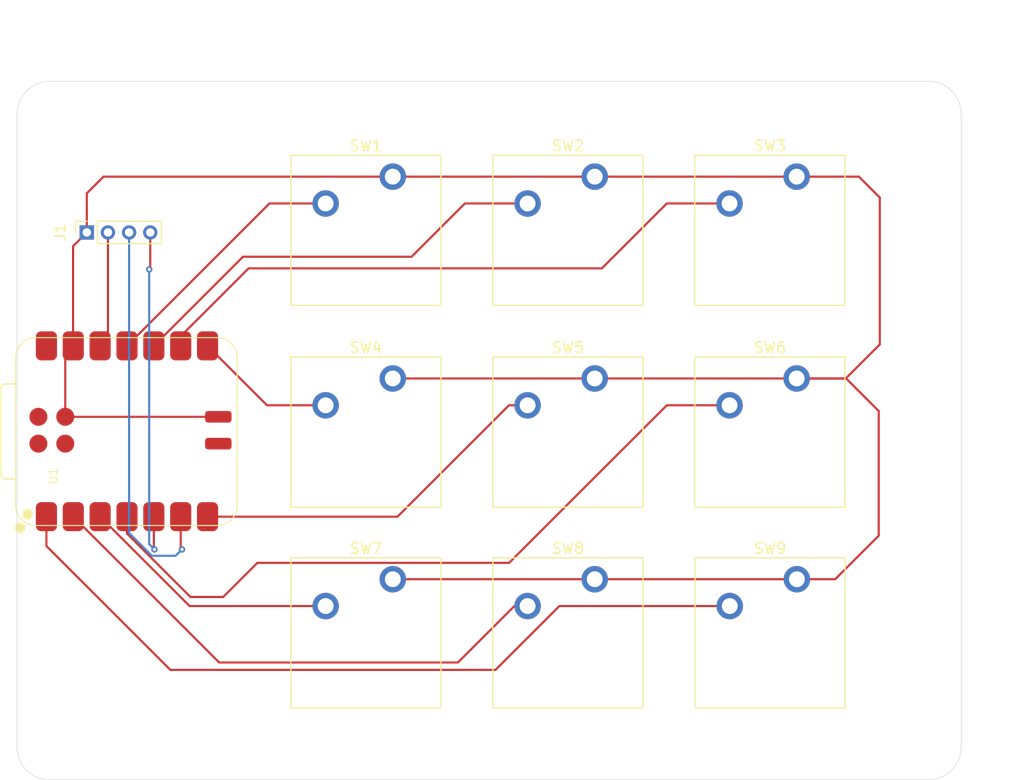
<source format=kicad_pcb>
(kicad_pcb (version 20241229) (generator "pcbnew") (generator_version "9.0")
  (layers (0 "F.Cu" signal) (2 "B.Cu" signal) (13 "F.Paste" user) (15 "B.Paste" user) (5 "F.SilkS" user "F.Silkscreen") (7 "B.SilkS" user "B.Silkscreen") (1 "F.Mask" user) (3 "B.Mask" user) (25 "Edge.Cuts" user))
  (net 0 "")
  (net 1 "Net-(J1-Pin_4)")
  (net 2 "Net-(J1-Pin_2)")
  (net 3 "Net-(J1-Pin_3)")
  (net 4 "GND")
  (net 5 "Net-(U1-GPIO3_D10_MOSI)")
  (net 6 "Net-(U1-GPIO4_D9_MISO)")
  (net 7 "Net-(U1-GPIO2_D8_SCK)")
  (net 8 "Net-(U1-GPIO1_D7_CSn_RX)")
  (net 9 "Net-(U1-GPIO0_D6_TX)")
  (net 10 "Net-(U1-GPIO29_A3_D3)")
  (net 11 "Net-(U1-GPIO28_A2_D2)")
  (net 12 "Net-(U1-GPIO27_A1_D1)")
  (net 13 "Net-(U1-GPIO26_A0_D0)")
  (footprint "PCM_Switch_Keyboard_Cherry_MX:SW_Cherry_MX_PCB_1.00u" (layer "F.Cu") (at 140.02 98.1)
    (property "Reference" "SW4" (at 0 -8 0) (layer "F.SilkS"))
    (property "Value" "Mx-Switch" (hide yes))
    (fp_line (start -7.1 -7.1) (end -7.1 7.1) (stroke (width 0.12)) (layer "F.SilkS"))
    (fp_line (start -7.1 7.1) (end 7.1 7.1) (stroke (width 0.12)) (layer "F.SilkS"))
    (fp_line (start 7.1 -7.1) (end -7.1 -7.1) (stroke (width 0.12)) (layer "F.SilkS"))
    (fp_line (start 7.1 7.1) (end 7.1 -7.1) (stroke (width 0.12)) (layer "F.SilkS"))
    (pad "" np_thru_hole circle (at -5.08 0) (size 1.75 1.75) (drill 1.75) (layers "*.Cu" "*.Mask"))
    (pad "" np_thru_hole circle (at 0 0) (size 4 4) (drill 4) (layers "*.Cu" "*.Mask"))
    (pad "" np_thru_hole circle (at 5.08 0) (size 1.75 1.75) (drill 1.75) (layers "*.Cu" "*.Mask"))
    (pad "1" thru_hole circle (at -3.81 -2.54) (size 2.5 2.5) (drill 1.5) (layers "*.Cu" "*.Mask") (net 8 "Net-(U1-GPIO1_D7_CSn_RX)"))
    (pad "2" thru_hole circle (at 2.54 -5.08) (size 2.5 2.5) (drill 1.5) (layers "*.Cu" "*.Mask") (net 4 "GND"))
  )
  (footprint "PCM_Switch_Keyboard_Cherry_MX:SW_Cherry_MX_PCB_1.00u" (layer "F.Cu") (at 140.02 79)
    (property "Reference" "SW1" (at 0 -8 0) (layer "F.SilkS"))
    (property "Value" "Mx-Switch" (hide yes))
    (fp_line (start -7.1 -7.1) (end -7.1 7.1) (stroke (width 0.12)) (layer "F.SilkS"))
    (fp_line (start -7.1 7.1) (end 7.1 7.1) (stroke (width 0.12)) (layer "F.SilkS"))
    (fp_line (start 7.1 -7.1) (end -7.1 -7.1) (stroke (width 0.12)) (layer "F.SilkS"))
    (fp_line (start 7.1 7.1) (end 7.1 -7.1) (stroke (width 0.12)) (layer "F.SilkS"))
    (pad "" np_thru_hole circle (at -5.08 0) (size 1.75 1.75) (drill 1.75) (layers "*.Cu" "*.Mask"))
    (pad "" np_thru_hole circle (at 0 0) (size 4 4) (drill 4) (layers "*.Cu" "*.Mask"))
    (pad "" np_thru_hole circle (at 5.08 0) (size 1.75 1.75) (drill 1.75) (layers "*.Cu" "*.Mask"))
    (pad "1" thru_hole circle (at -3.81 -2.54) (size 2.5 2.5) (drill 1.5) (layers "*.Cu" "*.Mask") (net 5 "Net-(U1-GPIO3_D10_MOSI)"))
    (pad "2" thru_hole circle (at 2.54 -5.08) (size 2.5 2.5) (drill 1.5) (layers "*.Cu" "*.Mask") (net 4 "GND"))
  )
  (footprint "MountingHole:MountingHole_3.2mm_M3_DIN965" (layer "F.Cu") (at 193.22 68)
    (property "Reference" "REF**" (hide yes))
    (property "Value" "MountingHole_3.2mm_M3_DIN965" (hide yes))
    (pad "" np_thru_hole circle (at 0 0) (size 3.2 3.2) (drill 3.2) (layers "*.Cu" "*.Mask"))
  )
  (footprint "Connector_PinSocket_2.00mm:PinSocket_1x04_P2.00mm_Vertical" (layer "F.Cu") (at 113.62 79.2 90)
    (property "Reference" "J1" (at 0 -2.5 90) (layer "F.SilkS"))
    (property "Value" "0.91 Oled Display")
    (fp_line (start 1.06 -1.06) (end 1.06 0) (stroke (width 0.12)) (layer "F.SilkS"))
    (fp_line (start 0 -1.06) (end 1.06 -1.06) (stroke (width 0.12)) (layer "F.SilkS"))
    (fp_line (start 1.06 1) (end 1.06 7.06) (stroke (width 0.12)) (layer "F.SilkS"))
    (fp_line (start -1.06 1) (end 1.06 1) (stroke (width 0.12)) (layer "F.SilkS"))
    (fp_line (start -1.06 1) (end -1.06 7.06) (stroke (width 0.12)) (layer "F.SilkS"))
    (fp_line (start -1.06 7.06) (end 1.06 7.06) (stroke (width 0.12)) (layer "F.SilkS"))
    (pad "1" thru_hole rect (at 0 0 90) (size 1.35 1.35) (drill 0.8) (layers "*.Cu" "*.Mask") (net 4 "GND"))
    (pad "2" thru_hole circle (at 0 2 90) (size 1.35 1.35) (drill 0.8) (layers "*.Cu" "*.Mask") (net 2 "Net-(J1-Pin_2)"))
    (pad "3" thru_hole circle (at 0 4 90) (size 1.35 1.35) (drill 0.8) (layers "*.Cu" "*.Mask") (net 3 "Net-(J1-Pin_3)"))
    (pad "4" thru_hole circle (at 0 6 90) (size 1.35 1.35) (drill 0.8) (layers "*.Cu" "*.Mask") (net 1 "Net-(J1-Pin_4)"))
  )
  (footprint "PCM_Switch_Keyboard_Cherry_MX:SW_Cherry_MX_PCB_1.00u" (layer "F.Cu") (at 140.02 117.1)
    (property "Reference" "SW7" (at 0 -8 0) (layer "F.SilkS"))
    (property "Value" "Mx-Switch" (hide yes))
    (fp_line (start -7.1 -7.1) (end -7.1 7.1) (stroke (width 0.12)) (layer "F.SilkS"))
    (fp_line (start -7.1 7.1) (end 7.1 7.1) (stroke (width 0.12)) (layer "F.SilkS"))
    (fp_line (start 7.1 -7.1) (end -7.1 -7.1) (stroke (width 0.12)) (layer "F.SilkS"))
    (fp_line (start 7.1 7.1) (end 7.1 -7.1) (stroke (width 0.12)) (layer "F.SilkS"))
    (pad "" np_thru_hole circle (at -5.08 0) (size 1.75 1.75) (drill 1.75) (layers "*.Cu" "*.Mask"))
    (pad "" np_thru_hole circle (at 0 0) (size 4 4) (drill 4) (layers "*.Cu" "*.Mask"))
    (pad "" np_thru_hole circle (at 5.08 0) (size 1.75 1.75) (drill 1.75) (layers "*.Cu" "*.Mask"))
    (pad "1" thru_hole circle (at -3.81 -2.54) (size 2.5 2.5) (drill 1.5) (layers "*.Cu" "*.Mask") (net 11 "Net-(U1-GPIO28_A2_D2)"))
    (pad "2" thru_hole circle (at 2.54 -5.08) (size 2.5 2.5) (drill 1.5) (layers "*.Cu" "*.Mask") (net 4 "GND"))
  )
  (footprint "PCM_Switch_Keyboard_Cherry_MX:SW_Cherry_MX_PCB_1.00u" (layer "F.Cu") (at 178.22 79)
    (property "Reference" "SW3" (at 0 -8 0) (layer "F.SilkS"))
    (property "Value" "Mx-Switch" (hide yes))
    (fp_line (start -7.1 -7.1) (end -7.1 7.1) (stroke (width 0.12)) (layer "F.SilkS"))
    (fp_line (start -7.1 7.1) (end 7.1 7.1) (stroke (width 0.12)) (layer "F.SilkS"))
    (fp_line (start 7.1 -7.1) (end -7.1 -7.1) (stroke (width 0.12)) (layer "F.SilkS"))
    (fp_line (start 7.1 7.1) (end 7.1 -7.1) (stroke (width 0.12)) (layer "F.SilkS"))
    (pad "" np_thru_hole circle (at -5.08 0) (size 1.75 1.75) (drill 1.75) (layers "*.Cu" "*.Mask"))
    (pad "" np_thru_hole circle (at 0 0) (size 4 4) (drill 4) (layers "*.Cu" "*.Mask"))
    (pad "" np_thru_hole circle (at 5.08 0) (size 1.75 1.75) (drill 1.75) (layers "*.Cu" "*.Mask"))
    (pad "1" thru_hole circle (at -3.81 -2.54) (size 2.5 2.5) (drill 1.5) (layers "*.Cu" "*.Mask") (net 7 "Net-(U1-GPIO2_D8_SCK)"))
    (pad "2" thru_hole circle (at 2.54 -5.08) (size 2.5 2.5) (drill 1.5) (layers "*.Cu" "*.Mask") (net 4 "GND"))
  )
  (footprint "MountingHole:MountingHole_3.2mm_M3_DIN965" (layer "F.Cu") (at 110.12 68)
    (property "Reference" "REF**" (hide yes))
    (property "Value" "MountingHole_3.2mm_M3_DIN965" (hide yes))
    (pad "" np_thru_hole circle (at 0 0) (size 3.2 3.2) (drill 3.2) (layers "*.Cu" "*.Mask"))
  )
  (footprint "PCM_Switch_Keyboard_Cherry_MX:SW_Cherry_MX_PCB_1.00u" (layer "F.Cu") (at 178.24 117.1)
    (property "Reference" "SW9" (at 0 -8 0) (layer "F.SilkS"))
    (property "Value" "Mx-Switch" (hide yes))
    (fp_line (start -7.1 -7.1) (end -7.1 7.1) (stroke (width 0.12)) (layer "F.SilkS"))
    (fp_line (start -7.1 7.1) (end 7.1 7.1) (stroke (width 0.12)) (layer "F.SilkS"))
    (fp_line (start 7.1 -7.1) (end -7.1 -7.1) (stroke (width 0.12)) (layer "F.SilkS"))
    (fp_line (start 7.1 7.1) (end 7.1 -7.1) (stroke (width 0.12)) (layer "F.SilkS"))
    (pad "" np_thru_hole circle (at -5.08 0) (size 1.75 1.75) (drill 1.75) (layers "*.Cu" "*.Mask"))
    (pad "" np_thru_hole circle (at 0 0) (size 4 4) (drill 4) (layers "*.Cu" "*.Mask"))
    (pad "" np_thru_hole circle (at 5.08 0) (size 1.75 1.75) (drill 1.75) (layers "*.Cu" "*.Mask"))
    (pad "1" thru_hole circle (at -3.81 -2.54) (size 2.5 2.5) (drill 1.5) (layers "*.Cu" "*.Mask") (net 13 "Net-(U1-GPIO26_A0_D0)"))
    (pad "2" thru_hole circle (at 2.54 -5.08) (size 2.5 2.5) (drill 1.5) (layers "*.Cu" "*.Mask") (net 4 "GND"))
  )
  (footprint "Seeed Studio XIAO Series Library:XIAO-RP2040-SMD" (layer "F.Cu") (at 117.42 98.1 90)
    (property "Reference" "U1" (at -5 -6.5 90) (layer "F.SilkS") (effects (font (size 0.78232 0.78232) (thickness 0.10668)) (justify left bottom)))
    (property "Value" "XIAO-RP2040-SMD")
    (fp_line (start -3.936272 -11.947) (end 4.059 -11.947) (stroke (width 0.127)) (layer "F.SilkS"))
    (fp_line (start 4.559 -11.447) (end 4.559 -10.537) (stroke (width 0.127)) (layer "F.SilkS"))
    (fp_line (start 7.04 -10.537) (end -6.93 -10.537) (stroke (width 0.1)) (layer "F.SilkS"))
    (fp_line (start -4.44 -10.537) (end -4.436272 -11.447272) (stroke (width 0.127)) (layer "F.SilkS"))
    (fp_line (start 8.945 8.513) (end 8.945 -8.632) (stroke (width 0.1)) (layer "F.SilkS"))
    (fp_line (start -8.835 8.513) (end -8.835 -8.632) (stroke (width 0.1)) (layer "F.SilkS"))
    (fp_line (start -6.93 10.418) (end 7.04 10.418) (stroke (width 0.1)) (layer "F.SilkS"))
    (fp_arc (start 4.059 -11.947) (mid 4.412553 -11.800553) (end 4.559 -11.447) (stroke (width 0.127)) (layer "F.SilkS"))
    (fp_arc (start -4.436272 -11.447272) (mid -4.289724 -11.800644) (end -3.936272 -11.947) (stroke (width 0.127)) (layer "F.SilkS"))
    (fp_arc (start 7.04 -10.537) (mid 8.387038 -9.979038) (end 8.945 -8.632) (stroke (width 0.1)) (layer "F.SilkS"))
    (fp_arc (start -8.835 -8.636) (mid -8.277038 -9.983038) (end -6.93 -10.541) (stroke (width 0.1)) (layer "F.SilkS"))
    (fp_arc (start 8.945 8.513) (mid 8.387038 9.860038) (end 7.04 10.418) (stroke (width 0.1)) (layer "F.SilkS"))
    (fp_arc (start -6.93 10.418) (mid -8.277038 9.860038) (end -8.835 8.513) (stroke (width 0.1)) (layer "F.SilkS"))
    (fp_circle (center -9.045 -10.121) (end -9.045 -10.375) (stroke (width 0.5)) (fill yes) (layer "F.SilkS"))
    (fp_circle (center -7.771 -9.404) (end -7.771 -9.658) (stroke (width 0.5)) (fill yes) (layer "F.SilkS"))
    (pad "1" smd roundrect (at -8 -7.62 90) (size 2.75 2) (layers "F.Cu" "F.Mask" "F.Paste") (net 13 "Net-(U1-GPIO26_A0_D0)"))
    (pad "2" smd roundrect (at -8 -5.08 90) (size 2.75 2) (layers "F.Cu" "F.Mask" "F.Paste") (net 12 "Net-(U1-GPIO27_A1_D1)"))
    (pad "3" smd roundrect (at -8 -2.54 90) (size 2.75 2) (layers "F.Cu" "F.Mask" "F.Paste") (net 11 "Net-(U1-GPIO28_A2_D2)"))
    (pad "4" smd roundrect (at -8 0 90) (size 2.75 2) (layers "F.Cu" "F.Mask" "F.Paste") (net 10 "Net-(U1-GPIO29_A3_D3)"))
    (pad "5" smd roundrect (at -8 2.54 90) (size 2.75 2) (layers "F.Cu" "F.Mask" "F.Paste") (net 1 "Net-(J1-Pin_4)"))
    (pad "6" smd roundrect (at -8 5.08 90) (size 2.75 2) (layers "F.Cu" "F.Mask" "F.Paste") (net 3 "Net-(J1-Pin_3)"))
    (pad "7" smd roundrect (at -8 7.62 90) (size 2.75 2) (layers "F.Cu" "F.Mask" "F.Paste") (net 9 "Net-(U1-GPIO0_D6_TX)"))
    (pad "8" smd roundrect (at 8.165 7.62 90) (size 2.75 2) (layers "F.Cu" "F.Mask" "F.Paste") (net 8 "Net-(U1-GPIO1_D7_CSn_RX)"))
    (pad "9" smd roundrect (at 8.165 5.08 90) (size 2.75 2) (layers "F.Cu" "F.Mask" "F.Paste") (net 7 "Net-(U1-GPIO2_D8_SCK)"))
    (pad "10" smd roundrect (at 8.165 2.54 90) (size 2.75 2) (layers "F.Cu" "F.Mask" "F.Paste") (net 6 "Net-(U1-GPIO4_D9_MISO)"))
    (pad "11" smd roundrect (at 8.165 0 90) (size 2.75 2) (layers "F.Cu" "F.Mask" "F.Paste") (net 5 "Net-(U1-GPIO3_D10_MOSI)"))
    (pad "12" smd roundrect (at 8.165 -2.54 90) (size 2.75 2) (layers "F.Cu" "F.Mask" "F.Paste") (net 2 "Net-(J1-Pin_2)"))
    (pad "13" smd roundrect (at 8.165 -5.08 90) (size 2.75 2) (layers "F.Cu" "F.Mask" "F.Paste") (net 4 "GND"))
    (pad "14" smd roundrect (at 8.165 -7.62 90) (size 2.75 2) (layers "F.Cu" "F.Mask" "F.Paste"))
    (pad "15" smd roundrect (at -1.088 8.64) (size 2.5 1.1) (layers "F.Cu" "F.Mask" "F.Paste"))
    (pad "16" smd roundrect (at 1.452 8.64) (size 2.5 1.1) (layers "F.Cu" "F.Mask" "F.Paste") (net 4 "GND"))
    (pad "17" smd circle (at -1.088 -8.378 90) (size 1.7 1.7) (layers "F.Cu" "F.Mask" "F.Paste"))
    (pad "18" smd circle (at 1.452 -8.378 90) (size 1.7 1.7) (layers "F.Cu" "F.Mask" "F.Paste"))
    (pad "19" smd circle (at -1.088 -5.838 90) (size 1.7 1.7) (layers "F.Cu" "F.Mask" "F.Paste"))
    (pad "20" smd circle (at 1.452 -5.838 90) (size 1.7 1.7) (layers "F.Cu" "F.Mask" "F.Paste") (net 4 "GND"))
  )
  (footprint "MountingHole:MountingHole_3.2mm_M3_DIN965" (layer "F.Cu") (at 110.12 127.9)
    (property "Reference" "REF**" (hide yes))
    (property "Value" "MountingHole_3.2mm_M3_DIN965" (hide yes))
    (pad "" np_thru_hole circle (at 0 0) (size 3.2 3.2) (drill 3.2) (layers "*.Cu" "*.Mask"))
  )
  (footprint "PCM_Switch_Keyboard_Cherry_MX:SW_Cherry_MX_PCB_1.00u" (layer "F.Cu") (at 159.12 98.1)
    (property "Reference" "SW5" (at 0 -8 0) (layer "F.SilkS"))
    (property "Value" "Mx-Switch" (hide yes))
    (fp_line (start -7.1 -7.1) (end -7.1 7.1) (stroke (width 0.12)) (layer "F.SilkS"))
    (fp_line (start -7.1 7.1) (end 7.1 7.1) (stroke (width 0.12)) (layer "F.SilkS"))
    (fp_line (start 7.1 -7.1) (end -7.1 -7.1) (stroke (width 0.12)) (layer "F.SilkS"))
    (fp_line (start 7.1 7.1) (end 7.1 -7.1) (stroke (width 0.12)) (layer "F.SilkS"))
    (pad "" np_thru_hole circle (at -5.08 0) (size 1.75 1.75) (drill 1.75) (layers "*.Cu" "*.Mask"))
    (pad "" np_thru_hole circle (at 0 0) (size 4 4) (drill 4) (layers "*.Cu" "*.Mask"))
    (pad "" np_thru_hole circle (at 5.08 0) (size 1.75 1.75) (drill 1.75) (layers "*.Cu" "*.Mask"))
    (pad "1" thru_hole circle (at -3.81 -2.54) (size 2.5 2.5) (drill 1.5) (layers "*.Cu" "*.Mask") (net 9 "Net-(U1-GPIO0_D6_TX)"))
    (pad "2" thru_hole circle (at 2.54 -5.08) (size 2.5 2.5) (drill 1.5) (layers "*.Cu" "*.Mask") (net 4 "GND"))
  )
  (footprint "PCM_Switch_Keyboard_Cherry_MX:SW_Cherry_MX_PCB_1.00u" (layer "F.Cu") (at 159.12 79)
    (property "Reference" "SW2" (at 0 -8 0) (layer "F.SilkS"))
    (property "Value" "Mx-Switch" (hide yes))
    (fp_line (start -7.1 -7.1) (end -7.1 7.1) (stroke (width 0.12)) (layer "F.SilkS"))
    (fp_line (start -7.1 7.1) (end 7.1 7.1) (stroke (width 0.12)) (layer "F.SilkS"))
    (fp_line (start 7.1 -7.1) (end -7.1 -7.1) (stroke (width 0.12)) (layer "F.SilkS"))
    (fp_line (start 7.1 7.1) (end 7.1 -7.1) (stroke (width 0.12)) (layer "F.SilkS"))
    (pad "" np_thru_hole circle (at -5.08 0) (size 1.75 1.75) (drill 1.75) (layers "*.Cu" "*.Mask"))
    (pad "" np_thru_hole circle (at 0 0) (size 4 4) (drill 4) (layers "*.Cu" "*.Mask"))
    (pad "" np_thru_hole circle (at 5.08 0) (size 1.75 1.75) (drill 1.75) (layers "*.Cu" "*.Mask"))
    (pad "1" thru_hole circle (at -3.81 -2.54) (size 2.5 2.5) (drill 1.5) (layers "*.Cu" "*.Mask") (net 6 "Net-(U1-GPIO4_D9_MISO)"))
    (pad "2" thru_hole circle (at 2.54 -5.08) (size 2.5 2.5) (drill 1.5) (layers "*.Cu" "*.Mask") (net 4 "GND"))
  )
  (footprint "PCM_Switch_Keyboard_Cherry_MX:SW_Cherry_MX_PCB_1.00u" (layer "F.Cu") (at 178.22 98.1)
    (property "Reference" "SW6" (at 0 -8 0) (layer "F.SilkS"))
    (property "Value" "Mx-Switch" (hide yes))
    (fp_line (start -7.1 -7.1) (end -7.1 7.1) (stroke (width 0.12)) (layer "F.SilkS"))
    (fp_line (start -7.1 7.1) (end 7.1 7.1) (stroke (width 0.12)) (layer "F.SilkS"))
    (fp_line (start 7.1 -7.1) (end -7.1 -7.1) (stroke (width 0.12)) (layer "F.SilkS"))
    (fp_line (start 7.1 7.1) (end 7.1 -7.1) (stroke (width 0.12)) (layer "F.SilkS"))
    (pad "" np_thru_hole circle (at -5.08 0) (size 1.75 1.75) (drill 1.75) (layers "*.Cu" "*.Mask"))
    (pad "" np_thru_hole circle (at 0 0) (size 4 4) (drill 4) (layers "*.Cu" "*.Mask"))
    (pad "" np_thru_hole circle (at 5.08 0) (size 1.75 1.75) (drill 1.75) (layers "*.Cu" "*.Mask"))
    (pad "1" thru_hole circle (at -3.81 -2.54) (size 2.5 2.5) (drill 1.5) (layers "*.Cu" "*.Mask") (net 10 "Net-(U1-GPIO29_A3_D3)"))
    (pad "2" thru_hole circle (at 2.54 -5.08) (size 2.5 2.5) (drill 1.5) (layers "*.Cu" "*.Mask") (net 4 "GND"))
  )
  (footprint "MountingHole:MountingHole_3.2mm_M3_DIN965" (layer "F.Cu") (at 193.22 127.9)
    (property "Reference" "REF**" (hide yes))
    (property "Value" "MountingHole_3.2mm_M3_DIN965" (hide yes))
    (pad "" np_thru_hole circle (at 0 0) (size 3.2 3.2) (drill 3.2) (layers "*.Cu" "*.Mask"))
  )
  (footprint "PCM_Switch_Keyboard_Cherry_MX:SW_Cherry_MX_PCB_1.00u" (layer "F.Cu") (at 159.12 117.1)
    (property "Reference" "SW8" (at 0 -8 0) (layer "F.SilkS"))
    (property "Value" "Mx-Switch" (hide yes))
    (fp_line (start -7.1 -7.1) (end -7.1 7.1) (stroke (width 0.12)) (layer "F.SilkS"))
    (fp_line (start -7.1 7.1) (end 7.1 7.1) (stroke (width 0.12)) (layer "F.SilkS"))
    (fp_line (start 7.1 -7.1) (end -7.1 -7.1) (stroke (width 0.12)) (layer "F.SilkS"))
    (fp_line (start 7.1 7.1) (end 7.1 -7.1) (stroke (width 0.12)) (layer "F.SilkS"))
    (pad "" np_thru_hole circle (at -5.08 0) (size 1.75 1.75) (drill 1.75) (layers "*.Cu" "*.Mask"))
    (pad "" np_thru_hole circle (at 0 0) (size 4 4) (drill 4) (layers "*.Cu" "*.Mask"))
    (pad "" np_thru_hole circle (at 5.08 0) (size 1.75 1.75) (drill 1.75) (layers "*.Cu" "*.Mask"))
    (pad "1" thru_hole circle (at -3.81 -2.54) (size 2.5 2.5) (drill 1.5) (layers "*.Cu" "*.Mask") (net 12 "Net-(U1-GPIO27_A1_D1)"))
    (pad "2" thru_hole circle (at 2.54 -5.08) (size 2.5 2.5) (drill 1.5) (layers "*.Cu" "*.Mask") (net 4 "GND"))
  )
  (gr_arc (start 196.32 127.9) (mid 195.412031 130.092031) (end 193.22 131) (stroke (width 0.05)) (layer "Edge.Cuts"))
  (gr_arc (start 110.12 131) (mid 107.927969 130.092031) (end 107.02 127.9) (stroke (width 0.05)) (layer "Edge.Cuts"))
  (gr_line (start 110.12 131) (end 193.22 131) (stroke (width 0.05)) (layer "Edge.Cuts"))
  (gr_line (start 196.32 127.9) (end 196.32 68) (stroke (width 0.05)) (layer "Edge.Cuts"))
  (gr_line (start 193.22 64.9) (end 110.12 64.9) (stroke (width 0.05)) (layer "Edge.Cuts"))
  (gr_arc (start 107.02 68) (mid 107.927969 65.807969) (end 110.12 64.9) (stroke (width 0.05)) (layer "Edge.Cuts"))
  (gr_arc (start 193.22 64.9) (mid 195.412031 65.807969) (end 196.32 68) (stroke (width 0.05)) (layer "Edge.Cuts"))
  (gr_line (start 107.02 68) (end 107.02 127.9) (stroke (width 0.05)) (layer "Edge.Cuts"))
  (segment (start 119.62 82.6) (end 119.52 82.7) (width 0.2) (layer "F.Cu") (net 1))
  (segment (start 120.02 109.2) (end 119.96 109.14) (width 0.2) (layer "F.Cu") (net 1))
  (segment (start 119.96 109.14) (end 119.96 106.1) (width 0.2) (layer "F.Cu") (net 1))
  (segment (start 119.62 79.2) (end 119.62 82.6) (width 0.2) (layer "F.Cu") (net 1))
  (via (at 119.52 82.7) (size 0.6) (drill 0.3) (layers "F.Cu" "B.Cu") (net 1))
  (via (at 120.02 109.2) (size 0.6) (drill 0.3) (layers "F.Cu" "B.Cu") (net 1))
  (segment (start 119.52 108.7) (end 120.02 109.2) (width 0.2) (layer "B.Cu") (net 1))
  (segment (start 119.52 82.7) (end 119.52 108.7) (width 0.2) (layer "B.Cu") (net 1))
  (segment (start 115.62 89.195) (end 114.88 89.935) (width 0.2) (layer "F.Cu") (net 2))
  (segment (start 115.62 79.2) (end 115.62 89.195) (width 0.2) (layer "F.Cu") (net 2))
  (segment (start 122.5 106.1) (end 122.5 109.08) (width 0.2) (layer "F.Cu") (net 3))
  (segment (start 122.5 109.08) (end 122.62 109.2) (width 0.2) (layer "F.Cu") (net 3))
  (via (at 122.62 109.2) (size 0.6) (drill 0.3) (layers "F.Cu" "B.Cu") (net 3))
  (segment (start 117.62 107.649943) (end 117.62 79.2) (width 0.2) (layer "B.Cu") (net 3))
  (segment (start 119.771057 109.801) (end 117.62 107.649943) (width 0.2) (layer "B.Cu") (net 3))
  (segment (start 122.62 109.2) (end 122.019 109.801) (width 0.2) (layer "B.Cu") (net 3))
  (segment (start 122.019 109.801) (end 119.771057 109.801) (width 0.2) (layer "B.Cu") (net 3))
  (segment (start 112.32 80.5) (end 112.32 89.915) (width 0.2) (layer "F.Cu") (net 4))
  (segment (start 180.76 93.02) (end 161.66 93.02) (width 0.2) (layer "F.Cu") (net 4))
  (segment (start 113.62 75.5) (end 113.62 79.2) (width 0.2) (layer "F.Cu") (net 4))
  (segment (start 184.4 112.02) (end 180.78 112.02) (width 0.2) (layer "F.Cu") (net 4))
  (segment (start 180.76 93.02) (end 185.44 93.02) (width 0.2) (layer "F.Cu") (net 4))
  (segment (start 185.4 93.02) (end 180.76 93.02) (width 0.2) (layer "F.Cu") (net 4))
  (segment (start 180.76 73.92) (end 186.64 73.92) (width 0.2) (layer "F.Cu") (net 4))
  (segment (start 115.2 73.92) (end 113.62 75.5) (width 0.2) (layer "F.Cu") (net 4))
  (segment (start 188.52 107.9) (end 184.4 112.02) (width 0.2) (layer "F.Cu") (net 4))
  (segment (start 126.06 96.648) (end 111.582 96.648) (width 0.2) (layer "F.Cu") (net 4))
  (segment (start 112.32 89.915) (end 112.34 89.935) (width 0.2) (layer "F.Cu") (net 4))
  (segment (start 188.62 89.8) (end 185.4 93.02) (width 0.2) (layer "F.Cu") (net 4))
  (segment (start 188.52 96.1) (end 188.52 107.9) (width 0.2) (layer "F.Cu") (net 4))
  (segment (start 142.56 112.02) (end 161.66 112.02) (width 0.2) (layer "F.Cu") (net 4))
  (segment (start 161.66 112.02) (end 180.78 112.02) (width 0.2) (layer "F.Cu") (net 4))
  (segment (start 161.66 93.02) (end 142.56 93.02) (width 0.2) (layer "F.Cu") (net 4))
  (segment (start 161.66 73.92) (end 180.76 73.92) (width 0.2) (layer "F.Cu") (net 4))
  (segment (start 111.582 96.648) (end 111.582 90.693) (width 0.2) (layer "F.Cu") (net 4))
  (segment (start 188.62 75.9) (end 188.62 89.8) (width 0.2) (layer "F.Cu") (net 4))
  (segment (start 142.56 73.92) (end 161.66 73.92) (width 0.2) (layer "F.Cu") (net 4))
  (segment (start 142.56 73.92) (end 115.2 73.92) (width 0.2) (layer "F.Cu") (net 4))
  (segment (start 111.582 90.693) (end 112.34 89.935) (width 0.2) (layer "F.Cu") (net 4))
  (segment (start 185.44 93.02) (end 188.52 96.1) (width 0.2) (layer "F.Cu") (net 4))
  (segment (start 186.64 73.92) (end 188.62 75.9) (width 0.2) (layer "F.Cu") (net 4))
  (segment (start 113.62 79.2) (end 112.32 80.5) (width 0.2) (layer "F.Cu") (net 4))
  (segment (start 117.42 89.935) (end 130.895 76.46) (width 0.2) (layer "F.Cu") (net 5))
  (segment (start 130.895 76.46) (end 136.21 76.46) (width 0.2) (layer "F.Cu") (net 5))
  (segment (start 149.373826 76.46) (end 144.333826 81.5) (width 0.2) (layer "F.Cu") (net 6))
  (segment (start 155.31 76.46) (end 149.373826 76.46) (width 0.2) (layer "F.Cu") (net 6))
  (segment (start 144.333826 81.5) (end 128.395 81.5) (width 0.2) (layer "F.Cu") (net 6))
  (segment (start 128.395 81.5) (end 119.96 89.935) (width 0.2) (layer "F.Cu") (net 6))
  (segment (start 168.473826 76.46) (end 162.333826 82.6) (width 0.2) (layer "F.Cu") (net 7))
  (segment (start 122.5 89.02) (end 122.5 89.935) (width 0.2) (layer "F.Cu") (net 7))
  (segment (start 128.92 82.6) (end 122.5 89.02) (width 0.2) (layer "F.Cu") (net 7))
  (segment (start 174.41 76.46) (end 168.473826 76.46) (width 0.2) (layer "F.Cu") (net 7))
  (segment (start 162.333826 82.6) (end 128.92 82.6) (width 0.2) (layer "F.Cu") (net 7))
  (segment (start 136.21 95.56) (end 130.665 95.56) (width 0.2) (layer "F.Cu") (net 8))
  (segment (start 130.665 95.56) (end 125.04 89.935) (width 0.2) (layer "F.Cu") (net 8))
  (segment (start 155.31 95.56) (end 153.542234 95.56) (width 0.2) (layer "F.Cu") (net 9))
  (segment (start 143.002234 106.1) (end 125.04 106.1) (width 0.2) (layer "F.Cu") (net 9))
  (segment (start 153.542234 95.56) (end 143.002234 106.1) (width 0.2) (layer "F.Cu") (net 9))
  (segment (start 126.52 113.7) (end 123.42 113.7) (width 0.2) (layer "F.Cu") (net 10))
  (segment (start 174.41 95.56) (end 168.473826 95.56) (width 0.2) (layer "F.Cu") (net 10))
  (segment (start 129.751 110.469) (end 126.52 113.7) (width 0.2) (layer "F.Cu") (net 10))
  (segment (start 123.42 113.7) (end 117.42 107.7) (width 0.2) (layer "F.Cu") (net 10))
  (segment (start 168.473826 95.56) (end 153.564826 110.469) (width 0.2) (layer "F.Cu") (net 10))
  (segment (start 117.42 107.7) (end 117.42 106.1) (width 0.2) (layer "F.Cu") (net 10))
  (segment (start 153.564826 110.469) (end 129.751 110.469) (width 0.2) (layer "F.Cu") (net 10))
  (segment (start 123.34 114.56) (end 114.88 106.1) (width 0.2) (layer "F.Cu") (net 11))
  (segment (start 136.21 114.56) (end 123.34 114.56) (width 0.2) (layer "F.Cu") (net 11))
  (segment (start 126.14 119.9) (end 112.34 106.1) (width 0.2) (layer "F.Cu") (net 12))
  (segment (start 154.06 114.56) (end 148.72 119.9) (width 0.2) (layer "F.Cu") (net 12))
  (segment (start 148.72 119.9) (end 126.14 119.9) (width 0.2) (layer "F.Cu") (net 12))
  (segment (start 155.31 114.56) (end 154.06 114.56) (width 0.2) (layer "F.Cu") (net 12))
  (segment (start 158.313826 114.56) (end 152.273826 120.6) (width 0.2) (layer "F.Cu") (net 13))
  (segment (start 121.52 120.6) (end 109.8 108.88) (width 0.2) (layer "F.Cu") (net 13))
  (segment (start 109.8 108.88) (end 109.8 106.1) (width 0.2) (layer "F.Cu") (net 13))
  (segment (start 152.273826 120.6) (end 121.52 120.6) (width 0.2) (layer "F.Cu") (net 13))
  (segment (start 174.43 114.56) (end 158.313826 114.56) (width 0.2) (layer "F.Cu") (net 13))
)
</source>
